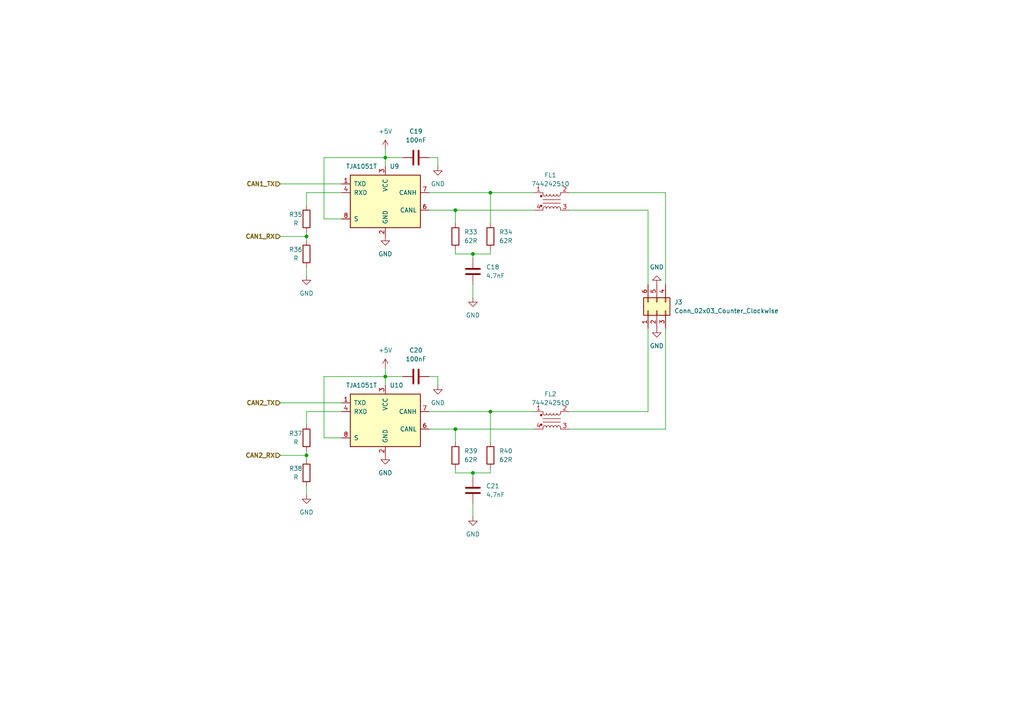
<source format=kicad_sch>
(kicad_sch (version 20230121) (generator eeschema)
  (paper "A4")
  (lib_symbols
    (symbol "Connector_Generic:Conn_02x03_Counter_Clockwise" (pin_names (offset 1.016) hide)
      (property "Reference" "J" (at 1.27 5.08 0))
      (property "Value" "Conn_02x03_Counter_Clockwise" (at 1.27 -5.08 0))
      (symbol "Conn_02x03_Counter_Clockwise_1_1"
        (rectangle (start -1.27 -2.413) (end 0 -2.667) (stroke (width 0.1524)))
        (rectangle (start -1.27 0.127) (end 0 -0.127) (stroke (width 0.1524)))
        (rectangle (start -1.27 2.667) (end 0 2.413) (stroke (width 0.1524)))
        (rectangle (start -1.27 3.81) (end 3.81 -3.81) (stroke (width 0.254)) (fill (type background)))
        (rectangle (start 3.81 -2.413) (end 2.54 -2.667) (stroke (width 0.1524)))
        (rectangle (start 3.81 0.127) (end 2.54 -0.127) (stroke (width 0.1524)))
        (rectangle (start 3.81 2.667) (end 2.54 2.413) (stroke (width 0.1524)))
        (pin passive line (at -5.08 2.54 0) (length 3.81) (name "Pin_1") (number "1"))
        (pin passive line (at -5.08 0 0) (length 3.81) (name "Pin_2") (number "2"))
        (pin passive line (at -5.08 -2.54 0) (length 3.81) (name "Pin_3") (number "3"))
        (pin passive line (at 7.62 -2.54 180) (length 3.81) (name "Pin_4") (number "4"))
        (pin passive line (at 7.62 0 180) (length 3.81) (name "Pin_5") (number "5"))
        (pin passive line (at 7.62 2.54 180) (length 3.81) (name "Pin_6") (number "6"))
      )
    )
    (symbol "Device:C" (pin_numbers hide) (pin_names (offset 0.254))
      (property "Reference" "C" (at 0.635 2.54 0))
      (property "Value" "C" (at 0.635 -2.54 0))
      (symbol "C_0_1"
        (polyline (pts (xy -2.032 -0.762) (xy 2.032 -0.762)) (stroke (width 0.508)))
        (polyline (pts (xy -2.032 0.762) (xy 2.032 0.762)) (stroke (width 0.508)))
      )
      (symbol "C_1_1"
        (pin passive line (at 0 3.81 270) (length 2.794) (name "~") (number "1"))
        (pin passive line (at 0 -3.81 90) (length 2.794) (name "~") (number "2"))
      )
    )
    (symbol "Device:R" (pin_numbers hide) (pin_names (offset 0))
      (property "Reference" "R" (at 2.032 0 90))
      (property "Value" "R" (at 0 0 90))
      (symbol "R_0_1"
        (rectangle (start -1.016 -2.54) (end 1.016 2.54) (stroke (width 0.254)))
      )
      (symbol "R_1_1"
        (pin passive line (at 0 3.81 270) (length 1.27) (name "~") (number "1"))
        (pin passive line (at 0 -3.81 90) (length 1.27) (name "~") (number "2"))
      )
    )
    (symbol "Filter:Choke_Coilcraft_0603USB-142" (pin_names (offset 0.254) hide)
      (property "Reference" "FL" (at 0 4.445 0))
      (property "Value" "Choke_Coilcraft_0603USB-142" (at 0 -4.445 0))
      (symbol "Choke_Coilcraft_0603USB-142_0_1"
        (circle (center -3.048 -1.27) (radius 0.254) (fill (type outline)))
        (circle (center -3.048 1.524) (radius 0.254) (fill (type outline)))
        (arc (start -2.54 2.032) (mid -2.032 1.5262) (end -1.524 2.032))
        (arc (start -1.524 -2.032) (mid -2.032 -1.5262) (end -2.54 -2.032))
        (arc (start -1.524 2.032) (mid -1.016 1.5262) (end -0.508 2.032))
        (arc (start -0.508 -2.032) (mid -1.016 -1.5262) (end -1.524 -2.032))
        (arc (start -0.508 2.032) (mid 0 1.5262) (end 0.508 2.032))
        (polyline (pts (xy -2.54 -2.032) (xy -2.54 -2.54)))
        (polyline (pts (xy -2.54 0.508) (xy 2.54 0.508)))
        (polyline (pts (xy -2.54 2.032) (xy -2.54 2.54)))
        (polyline (pts (xy 2.54 -2.032) (xy 2.54 -2.54)))
        (polyline (pts (xy 2.54 -0.508) (xy -2.54 -0.508)))
        (polyline (pts (xy 2.54 2.54) (xy 2.54 2.032)))
        (arc (start 0.508 -2.032) (mid 0 -1.5262) (end -0.508 -2.032))
        (arc (start 0.508 2.032) (mid 1.016 1.5262) (end 1.524 2.032))
        (arc (start 1.524 -2.032) (mid 1.016 -1.5262) (end 0.508 -2.032))
        (arc (start 1.524 2.032) (mid 2.032 1.5262) (end 2.54 2.032))
        (arc (start 2.54 -2.032) (mid 2.032 -1.5262) (end 1.524 -2.032))
      )
      (symbol "Choke_Coilcraft_0603USB-142_1_1"
        (pin passive line (at -5.08 2.54 0) (length 2.54) (name "1") (number "1"))
        (pin passive line (at 5.08 2.54 180) (length 2.54) (name "2") (number "2"))
        (pin passive line (at 5.08 -2.54 180) (length 2.54) (name "3") (number "3"))
        (pin passive line (at -5.08 -2.54 0) (length 2.54) (name "4") (number "4"))
      )
    )
    (symbol "Interface_CAN_LIN:TJA1051T" (pin_names (offset 1.016))
      (property "Reference" "U" (at -10.16 8.89 0))
      (property "Value" "TJA1051T" (at 1.27 8.89 0))
      (symbol "TJA1051T_0_1"
        (rectangle (start -10.16 7.62) (end 10.16 -7.62) (stroke (width 0.254)) (fill (type background)))
      )
      (symbol "TJA1051T_1_1"
        (pin input line (at -12.7 5.08 0) (length 2.54) (name "TXD") (number "1"))
        (pin power_in line (at 0 -10.16 90) (length 2.54) (name "GND") (number "2"))
        (pin power_in line (at 0 10.16 270) (length 2.54) (name "VCC") (number "3"))
        (pin output line (at -12.7 2.54 0) (length 2.54) (name "RXD") (number "4"))
        (pin no_connect line (at -10.16 -2.54 0) (length 2.54) hide (name "NC") (number "5"))
        (pin bidirectional line (at 12.7 -2.54 180) (length 2.54) (name "CANL") (number "6"))
        (pin bidirectional line (at 12.7 2.54 180) (length 2.54) (name "CANH") (number "7"))
        (pin input line (at -12.7 -5.08 0) (length 2.54) (name "S") (number "8"))
      )
    )
    (symbol "power:+5V" (power) (pin_names (offset 0))
      (property "Value" "+5V" (at 0 3.556 0))
      (symbol "+5V_0_1"
        (polyline (pts (xy -0.762 1.27) (xy 0 2.54)))
        (polyline (pts (xy 0 0) (xy 0 2.54)))
        (polyline (pts (xy 0 2.54) (xy 0.762 1.27)))
      )
      (symbol "+5V_1_1"
        (pin power_in line (at 0 0 90) (length 0) hide (name "+5V") (number "1"))
      )
    )
    (symbol "power:GND" (power) (pin_names (offset 0))
      (property "Value" "GND" (at 0 -3.81 0))
      (symbol "GND_0_1"
        (polyline (pts (xy 0 0) (xy 0 -1.27) (xy 1.27 -1.27) (xy 0 -2.54) (xy -1.27 -1.27) (xy 0 -1.27)))
      )
      (symbol "GND_1_1"
        (pin power_in line (at 0 0 270) (length 0) hide (name "GND") (number "1"))
      )
    )
  )
  (junction (at 88.9 132.08))
  (junction (at 142.24 119.38))
  (junction (at 142.24 55.88))
  (junction (at 137.16 73.66))
  (junction (at 111.76 109.22))
  (junction (at 132.08 124.46))
  (junction (at 88.9 68.58))
  (junction (at 111.76 45.72))
  (junction (at 132.08 60.96))
  (junction (at 137.16 137.16))
  (wire (pts (xy 93.98 45.72) (xy 111.76 45.72)))
  (wire (pts (xy 111.76 45.72) (xy 111.76 48.26)))
  (wire (pts (xy 88.9 119.38) (xy 88.9 123.19)))
  (wire (pts (xy 132.08 128.27) (xy 132.08 124.46)))
  (wire (pts (xy 81.28 116.84) (xy 99.06 116.84)))
  (wire (pts (xy 99.06 63.5) (xy 93.98 63.5)))
  (wire (pts (xy 81.28 132.08) (xy 88.9 132.08)))
  (wire (pts (xy 137.16 74.93) (xy 137.16 73.66)))
  (wire (pts (xy 142.24 119.38) (xy 142.24 128.27)))
  (wire (pts (xy 137.16 138.43) (xy 137.16 137.16)))
  (wire (pts (xy 127 45.72) (xy 127 48.26)))
  (wire (pts (xy 165.1 55.88) (xy 193.04 55.88)))
  (wire (pts (xy 88.9 68.58) (xy 88.9 69.85)))
  (wire (pts (xy 88.9 140.97) (xy 88.9 143.51)))
  (wire (pts (xy 132.08 60.96) (xy 154.94 60.96)))
  (wire (pts (xy 88.9 55.88) (xy 88.9 59.69)))
  (wire (pts (xy 81.28 68.58) (xy 88.9 68.58)))
  (wire (pts (xy 88.9 67.31) (xy 88.9 68.58)))
  (wire (pts (xy 137.16 82.55) (xy 137.16 86.36)))
  (wire (pts (xy 165.1 124.46) (xy 193.04 124.46)))
  (wire (pts (xy 93.98 63.5) (xy 93.98 45.72)))
  (wire (pts (xy 88.9 132.08) (xy 88.9 133.35)))
  (wire (pts (xy 124.46 60.96) (xy 132.08 60.96)))
  (wire (pts (xy 111.76 109.22) (xy 111.76 111.76)))
  (wire (pts (xy 124.46 124.46) (xy 132.08 124.46)))
  (wire (pts (xy 142.24 55.88) (xy 142.24 64.77)))
  (wire (pts (xy 187.96 60.96) (xy 187.96 82.55)))
  (wire (pts (xy 137.16 73.66) (xy 132.08 73.66)))
  (wire (pts (xy 193.04 124.46) (xy 193.04 95.25)))
  (wire (pts (xy 142.24 119.38) (xy 154.94 119.38)))
  (wire (pts (xy 132.08 135.89) (xy 132.08 137.16)))
  (wire (pts (xy 165.1 60.96) (xy 187.96 60.96)))
  (wire (pts (xy 111.76 109.22) (xy 116.84 109.22)))
  (wire (pts (xy 142.24 135.89) (xy 142.24 137.16)))
  (wire (pts (xy 142.24 55.88) (xy 154.94 55.88)))
  (wire (pts (xy 124.46 45.72) (xy 127 45.72)))
  (wire (pts (xy 124.46 109.22) (xy 127 109.22)))
  (wire (pts (xy 142.24 72.39) (xy 142.24 73.66)))
  (wire (pts (xy 124.46 119.38) (xy 142.24 119.38)))
  (wire (pts (xy 193.04 55.88) (xy 193.04 82.55)))
  (wire (pts (xy 88.9 55.88) (xy 99.06 55.88)))
  (wire (pts (xy 137.16 73.66) (xy 142.24 73.66)))
  (wire (pts (xy 99.06 127) (xy 93.98 127)))
  (wire (pts (xy 165.1 119.38) (xy 187.96 119.38)))
  (wire (pts (xy 88.9 130.81) (xy 88.9 132.08)))
  (wire (pts (xy 124.46 55.88) (xy 142.24 55.88)))
  (wire (pts (xy 93.98 109.22) (xy 111.76 109.22)))
  (wire (pts (xy 81.28 53.34) (xy 99.06 53.34)))
  (wire (pts (xy 132.08 64.77) (xy 132.08 60.96)))
  (wire (pts (xy 137.16 146.05) (xy 137.16 149.86)))
  (wire (pts (xy 88.9 119.38) (xy 99.06 119.38)))
  (wire (pts (xy 88.9 77.47) (xy 88.9 80.01)))
  (wire (pts (xy 137.16 137.16) (xy 142.24 137.16)))
  (wire (pts (xy 187.96 119.38) (xy 187.96 95.25)))
  (wire (pts (xy 132.08 124.46) (xy 154.94 124.46)))
  (wire (pts (xy 111.76 43.18) (xy 111.76 45.72)))
  (wire (pts (xy 111.76 45.72) (xy 116.84 45.72)))
  (wire (pts (xy 132.08 72.39) (xy 132.08 73.66)))
  (wire (pts (xy 93.98 127) (xy 93.98 109.22)))
  (wire (pts (xy 137.16 137.16) (xy 132.08 137.16)))
  (wire (pts (xy 111.76 106.68) (xy 111.76 109.22)))
  (wire (pts (xy 127 109.22) (xy 127 111.76)))
  (hierarchical_label "CAN2_RX" (shape input) (at 81.28 132.08 180) (effects (font bold)))
  (hierarchical_label "CAN2_TX" (shape input) (at 81.28 116.84 180) (effects (font bold)))
  (hierarchical_label "CAN1_RX" (shape input) (at 81.28 68.58 180) (effects (font bold)))
  (hierarchical_label "CAN1_TX" (shape input) (at 81.28 53.34 180) (effects (font bold)))
  (symbol (lib_id "Device:C") (at 120.65 45.72 90) (unit 1)
    (property "Reference" "C19" (at 120.65 38.1 90))
    (property "Value" "100nF" (at 120.65 40.64 90))
  )
  (symbol (lib_id "Device:R") (at 88.9 127 180) (unit 1)
    (property "Reference" "R37" (at 83.82 125.73 0) (effects (justify right)))
    (property "Value" "R" (at 85.09 128.27 0) (effects (justify right)))
  )
  (symbol (lib_id "Device:R") (at 88.9 73.66 180) (unit 1)
    (property "Reference" "R36" (at 83.82 72.39 0) (effects (justify right)))
    (property "Value" "R" (at 85.09 74.93 0) (effects (justify right)))
  )
  (symbol (lib_id "power:GND") (at 127 48.26 0) (unit 1)
    (property "Reference" "#PWR057" (effects hide))
    (property "Value" "GND" (at 127 53.34 0))
  )
  (symbol (lib_id "Filter:Choke_Coilcraft_0603USB-142") (at 160.02 121.92 0) (unit 1)
    (property "Reference" "FL2" (at 159.639 114.3 0))
    (property "Value" "744242510" (at 159.639 116.84 0))
    (property "Footprint" "Inductor_SMD:L_CommonModeChoke_Coilcraft_0603USB" (effects hide))
    (property "Datasheet" "https://www.coilcraft.com/pdfs/0603usb.pdf" (effects hide))
  )
  (symbol (lib_id "power:GND") (at 190.5 95.25 0) (unit 1)
    (property "Reference" "#PWR063" (effects hide))
    (property "Value" "GND" (at 190.5 100.33 0))
  )
  (symbol (lib_id "Device:C") (at 137.16 78.74 0) (unit 1)
    (property "Reference" "C18" (at 140.97 77.47 0) (effects (justify left)))
    (property "Value" "4.7nF" (at 140.97 80.01 0) (effects (justify left)))
  )
  (symbol (lib_id "Interface_CAN_LIN:TJA1051T") (at 111.76 121.92 0) (unit 1)
    (property "Reference" "U10" (at 113.03 111.76 0) (effects (justify left)))
    (property "Value" "TJA1051T" (at 100.33 111.76 0) (effects (justify left)))
    (property "Footprint" "Package_SO:SOIC-8_3.9x4.9mm_P1.27mm" (effects hide))
    (property "Datasheet" "http://www.nxp.com/docs/en/data-sheet/TJA1051.pdf" (effects hide))
  )
  (symbol (lib_id "Device:R") (at 132.08 132.08 0) (unit 1)
    (property "Reference" "R39" (at 134.62 130.81 0) (effects (justify left)))
    (property "Value" "62R" (at 134.62 133.35 0) (effects (justify left)))
  )
  (symbol (lib_id "power:+5V") (at 111.76 43.18 0) (unit 1)
    (property "Reference" "#PWR055" (effects hide))
    (property "Value" "+5V" (at 111.76 38.1 0))
  )
  (symbol (lib_id "Device:R") (at 88.9 137.16 180) (unit 1)
    (property "Reference" "R38" (at 83.82 135.89 0) (effects (justify right)))
    (property "Value" "R" (at 85.09 138.43 0) (effects (justify right)))
  )
  (symbol (lib_id "power:GND") (at 88.9 80.01 0) (unit 1)
    (property "Reference" "#PWR054" (effects hide))
    (property "Value" "GND" (at 88.9 85.09 0))
  )
  (symbol (lib_id "Device:R") (at 142.24 68.58 0) (unit 1)
    (property "Reference" "R34" (at 144.78 67.31 0) (effects (justify left)))
    (property "Value" "62R" (at 144.78 69.85 0) (effects (justify left)))
  )
  (symbol (lib_id "Device:R") (at 88.9 63.5 180) (unit 1)
    (property "Reference" "R35" (at 83.82 62.23 0) (effects (justify right)))
    (property "Value" "R" (at 85.09 64.77 0) (effects (justify right)))
  )
  (symbol (lib_id "Connector_Generic:Conn_02x03_Counter_Clockwise") (at 190.5 90.17 90) (unit 1)
    (property "Reference" "J3" (at 195.58 87.63 90) (effects (justify right)))
    (property "Value" "Conn_02x03_Counter_Clockwise" (at 195.58 90.17 90) (effects (justify right)))
  )
  (symbol (lib_id "Filter:Choke_Coilcraft_0603USB-142") (at 160.02 58.42 0) (unit 1)
    (property "Reference" "FL1" (at 159.639 50.8 0))
    (property "Value" "744242510" (at 159.639 53.34 0))
    (property "Footprint" "Inductor_SMD:L_CommonModeChoke_Coilcraft_0603USB" (effects hide))
    (property "Datasheet" "https://www.coilcraft.com/pdfs/0603usb.pdf" (effects hide))
  )
  (symbol (lib_id "Device:C") (at 137.16 142.24 0) (unit 1)
    (property "Reference" "C21" (at 140.97 140.97 0) (effects (justify left)))
    (property "Value" "4.7nF" (at 140.97 143.51 0) (effects (justify left)))
  )
  (symbol (lib_id "power:GND") (at 111.76 132.08 0) (unit 1)
    (property "Reference" "#PWR060" (effects hide))
    (property "Value" "GND" (at 111.76 137.16 0))
  )
  (symbol (lib_id "power:GND") (at 190.5 82.55 180) (unit 1)
    (property "Reference" "#PWR064" (effects hide))
    (property "Value" "GND" (at 190.5 77.47 0))
  )
  (symbol (lib_id "Device:C") (at 120.65 109.22 90) (unit 1)
    (property "Reference" "C20" (at 120.65 101.6 90))
    (property "Value" "100nF" (at 120.65 104.14 90))
  )
  (symbol (lib_id "Interface_CAN_LIN:TJA1051T") (at 111.76 58.42 0) (unit 1)
    (property "Reference" "U9" (at 113.03 48.26 0) (effects (justify left)))
    (property "Value" "TJA1051T" (at 100.33 48.26 0) (effects (justify left)))
    (property "Footprint" "Package_SO:SOIC-8_3.9x4.9mm_P1.27mm" (effects hide))
    (property "Datasheet" "http://www.nxp.com/docs/en/data-sheet/TJA1051.pdf" (effects hide))
  )
  (symbol (lib_id "Device:R") (at 132.08 68.58 0) (unit 1)
    (property "Reference" "R33" (at 134.62 67.31 0) (effects (justify left)))
    (property "Value" "62R" (at 134.62 69.85 0) (effects (justify left)))
  )
  (symbol (lib_id "power:+5V") (at 111.76 106.68 0) (unit 1)
    (property "Reference" "#PWR059" (effects hide))
    (property "Value" "+5V" (at 111.76 101.6 0))
  )
  (symbol (lib_id "power:GND") (at 127 111.76 0) (unit 1)
    (property "Reference" "#PWR061" (effects hide))
    (property "Value" "GND" (at 127 116.84 0))
  )
  (symbol (lib_id "Device:R") (at 142.24 132.08 0) (unit 1)
    (property "Reference" "R40" (at 144.78 130.81 0) (effects (justify left)))
    (property "Value" "62R" (at 144.78 133.35 0) (effects (justify left)))
  )
  (symbol (lib_id "power:GND") (at 111.76 68.58 0) (unit 1)
    (property "Reference" "#PWR056" (effects hide))
    (property "Value" "GND" (at 111.76 73.66 0))
  )
  (symbol (lib_id "power:GND") (at 88.9 143.51 0) (unit 1)
    (property "Reference" "#PWR058" (effects hide))
    (property "Value" "GND" (at 88.9 148.59 0))
  )
  (symbol (lib_id "power:GND") (at 137.16 149.86 0) (unit 1)
    (property "Reference" "#PWR062" (effects hide))
    (property "Value" "GND" (at 137.16 154.94 0))
  )
  (symbol (lib_id "power:GND") (at 137.16 86.36 0) (unit 1)
    (property "Reference" "#PWR053" (effects hide))
    (property "Value" "GND" (at 137.16 91.44 0))
  )
)
</source>
